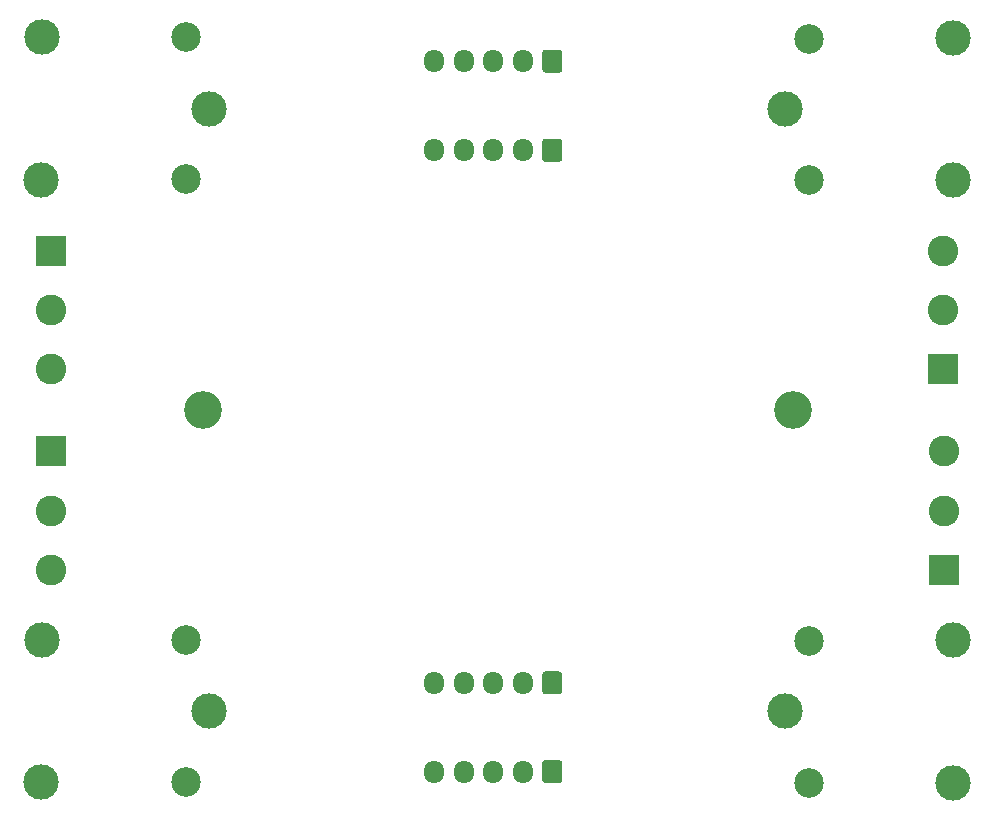
<source format=gbs>
G04 #@! TF.GenerationSoftware,KiCad,Pcbnew,5.1.10*
G04 #@! TF.CreationDate,2021-06-18T04:30:29+02:00*
G04 #@! TF.ProjectId,power-extender,706f7765-722d-4657-9874-656e6465722e,1*
G04 #@! TF.SameCoordinates,Original*
G04 #@! TF.FileFunction,Soldermask,Bot*
G04 #@! TF.FilePolarity,Negative*
%FSLAX46Y46*%
G04 Gerber Fmt 4.6, Leading zero omitted, Abs format (unit mm)*
G04 Created by KiCad (PCBNEW 5.1.10) date 2021-06-18 04:30:29*
%MOMM*%
%LPD*%
G01*
G04 APERTURE LIST*
%ADD10C,3.000000*%
%ADD11C,2.500000*%
%ADD12C,2.600000*%
%ADD13R,2.600000X2.600000*%
%ADD14O,1.700000X1.950000*%
%ADD15C,3.200000*%
G04 APERTURE END LIST*
D10*
X173150000Y-75000000D03*
D11*
X175100000Y-69050000D03*
D10*
X187350000Y-69000000D03*
X187300000Y-81050000D03*
D11*
X175100000Y-81050000D03*
D12*
X186500000Y-87000000D03*
X186500000Y-92000000D03*
D13*
X186500000Y-97000000D03*
D10*
X173150000Y-126000000D03*
D11*
X175100000Y-120050000D03*
D10*
X187350000Y-120000000D03*
X187300000Y-132050000D03*
D11*
X175100000Y-132050000D03*
D12*
X186550000Y-104000000D03*
X186550000Y-109000000D03*
D13*
X186550000Y-114000000D03*
D10*
X124350000Y-126000000D03*
D11*
X122400000Y-131950000D03*
D10*
X110150000Y-132000000D03*
X110200000Y-119950000D03*
D11*
X122400000Y-119950000D03*
D12*
X111000000Y-114000000D03*
X111000000Y-109000000D03*
D13*
X111000000Y-104000000D03*
D10*
X124350000Y-75000000D03*
D11*
X122400000Y-80950000D03*
D10*
X110150000Y-81000000D03*
X110200000Y-68950000D03*
D11*
X122400000Y-68950000D03*
D12*
X110950000Y-97000000D03*
X110950000Y-92000000D03*
D13*
X110950000Y-87000000D03*
D14*
X143400000Y-123600000D03*
X145900000Y-123600000D03*
X148400000Y-123600000D03*
X150900000Y-123600000D03*
G36*
G01*
X154250000Y-122875000D02*
X154250000Y-124325000D01*
G75*
G02*
X154000000Y-124575000I-250000J0D01*
G01*
X152800000Y-124575000D01*
G75*
G02*
X152550000Y-124325000I0J250000D01*
G01*
X152550000Y-122875000D01*
G75*
G02*
X152800000Y-122625000I250000J0D01*
G01*
X154000000Y-122625000D01*
G75*
G02*
X154250000Y-122875000I0J-250000D01*
G01*
G37*
D15*
X173800000Y-100500000D03*
X123800000Y-100500000D03*
D14*
X143400000Y-131100000D03*
X145900000Y-131100000D03*
X148400000Y-131100000D03*
X150900000Y-131100000D03*
G36*
G01*
X154250000Y-130375000D02*
X154250000Y-131825000D01*
G75*
G02*
X154000000Y-132075000I-250000J0D01*
G01*
X152800000Y-132075000D01*
G75*
G02*
X152550000Y-131825000I0J250000D01*
G01*
X152550000Y-130375000D01*
G75*
G02*
X152800000Y-130125000I250000J0D01*
G01*
X154000000Y-130125000D01*
G75*
G02*
X154250000Y-130375000I0J-250000D01*
G01*
G37*
X143400000Y-78500000D03*
X145900000Y-78500000D03*
X148400000Y-78500000D03*
X150900000Y-78500000D03*
G36*
G01*
X154250000Y-77775000D02*
X154250000Y-79225000D01*
G75*
G02*
X154000000Y-79475000I-250000J0D01*
G01*
X152800000Y-79475000D01*
G75*
G02*
X152550000Y-79225000I0J250000D01*
G01*
X152550000Y-77775000D01*
G75*
G02*
X152800000Y-77525000I250000J0D01*
G01*
X154000000Y-77525000D01*
G75*
G02*
X154250000Y-77775000I0J-250000D01*
G01*
G37*
X143400000Y-70950000D03*
X145900000Y-70950000D03*
X148400000Y-70950000D03*
X150900000Y-70950000D03*
G36*
G01*
X154250000Y-70225000D02*
X154250000Y-71675000D01*
G75*
G02*
X154000000Y-71925000I-250000J0D01*
G01*
X152800000Y-71925000D01*
G75*
G02*
X152550000Y-71675000I0J250000D01*
G01*
X152550000Y-70225000D01*
G75*
G02*
X152800000Y-69975000I250000J0D01*
G01*
X154000000Y-69975000D01*
G75*
G02*
X154250000Y-70225000I0J-250000D01*
G01*
G37*
M02*

</source>
